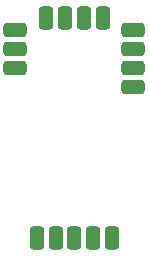
<source format=gbr>
%TF.GenerationSoftware,KiCad,Pcbnew,7.0.8*%
%TF.CreationDate,2024-02-17T11:30:40+00:00*%
%TF.ProjectId,uCoilDriver_I2C,75436f69-6c44-4726-9976-65725f493243,rev?*%
%TF.SameCoordinates,Original*%
%TF.FileFunction,Soldermask,Bot*%
%TF.FilePolarity,Negative*%
%FSLAX46Y46*%
G04 Gerber Fmt 4.6, Leading zero omitted, Abs format (unit mm)*
G04 Created by KiCad (PCBNEW 7.0.8) date 2024-02-17 11:30:40*
%MOMM*%
%LPD*%
G01*
G04 APERTURE LIST*
G04 Aperture macros list*
%AMRoundRect*
0 Rectangle with rounded corners*
0 $1 Rounding radius*
0 $2 $3 $4 $5 $6 $7 $8 $9 X,Y pos of 4 corners*
0 Add a 4 corners polygon primitive as box body*
4,1,4,$2,$3,$4,$5,$6,$7,$8,$9,$2,$3,0*
0 Add four circle primitives for the rounded corners*
1,1,$1+$1,$2,$3*
1,1,$1+$1,$4,$5*
1,1,$1+$1,$6,$7*
1,1,$1+$1,$8,$9*
0 Add four rect primitives between the rounded corners*
20,1,$1+$1,$2,$3,$4,$5,0*
20,1,$1+$1,$4,$5,$6,$7,0*
20,1,$1+$1,$6,$7,$8,$9,0*
20,1,$1+$1,$8,$9,$2,$3,0*%
G04 Aperture macros list end*
%ADD10RoundRect,0.300000X-0.300000X-0.700000X0.300000X-0.700000X0.300000X0.700000X-0.300000X0.700000X0*%
%ADD11RoundRect,0.300000X-0.700000X0.300000X-0.700000X-0.300000X0.700000X-0.300000X0.700000X0.300000X0*%
%ADD12RoundRect,0.300000X0.700000X-0.300000X0.700000X0.300000X-0.700000X0.300000X-0.700000X-0.300000X0*%
%ADD13RoundRect,0.300000X0.300000X0.700000X-0.300000X0.700000X-0.300000X-0.700000X0.300000X-0.700000X0*%
G04 APERTURE END LIST*
D10*
%TO.C,TP2*%
X75699800Y-81550000D03*
%TD*%
D11*
%TO.C,TP6*%
X81500000Y-87400400D03*
%TD*%
%TO.C,*%
X71500000Y-85800200D03*
%TD*%
%TO.C,TP7*%
X81500000Y-85800200D03*
%TD*%
D10*
%TO.C,TP13*%
X73299600Y-100200000D03*
%TD*%
D12*
%TO.C,TP8*%
X81500000Y-84200000D03*
%TD*%
%TO.C,*%
X71500000Y-84200000D03*
%TD*%
D10*
%TO.C,TP15*%
X76500000Y-100200000D03*
%TD*%
%TO.C,TP17*%
X78100200Y-100200000D03*
%TD*%
%TO.C,TP14*%
X74899800Y-100200000D03*
%TD*%
D12*
%TO.C,TP11*%
X81500000Y-82600000D03*
%TD*%
D10*
%TO.C,TP12*%
X78900000Y-81550000D03*
%TD*%
D13*
%TO.C,TP3*%
X77300000Y-81550000D03*
%TD*%
D12*
%TO.C,*%
X71500000Y-82600000D03*
%TD*%
D10*
%TO.C,TP1*%
X74099600Y-81550000D03*
%TD*%
%TO.C,TP16*%
X79699600Y-100200000D03*
%TD*%
M02*

</source>
